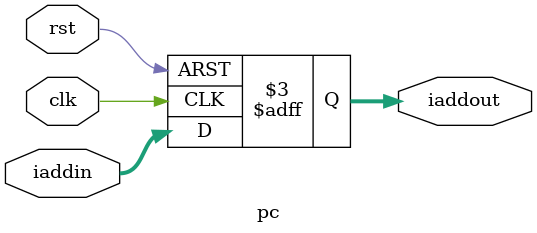
<source format=v>
module pc(iaddout,iaddin,clk,rst); //asynchronous reset 4-bit register
	output reg [8:0] iaddout;
	input [8:0] iaddin;
	input clk,rst;
	always @(posedge clk or negedge rst)
		begin
			if(!rst)
				iaddout <= 4'd0;
			else
				iaddout <= iaddin;
		end
endmodule


	
	
	
	
	
	
			
</source>
